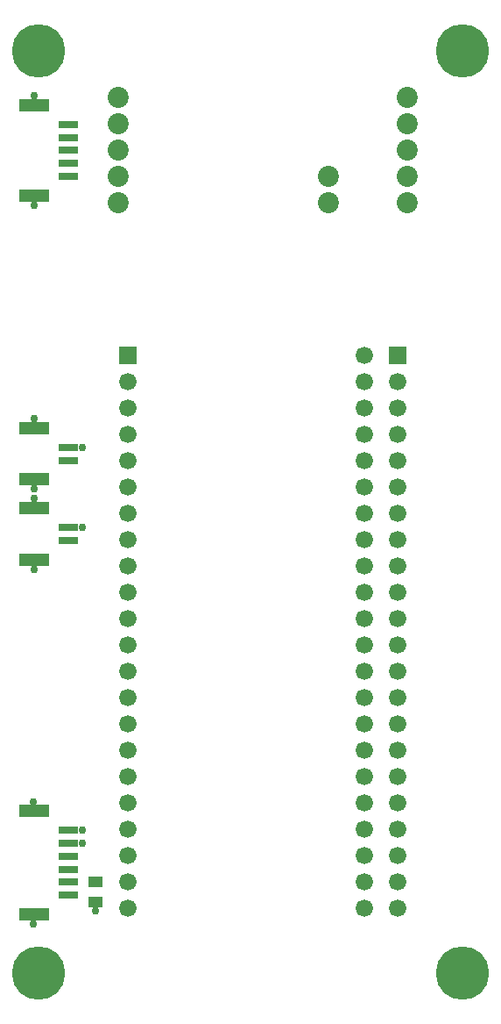
<source format=gts>
G04*
G04 #@! TF.GenerationSoftware,Altium Limited,Altium Designer,23.8.1 (32)*
G04*
G04 Layer_Color=8388736*
%FSLAX25Y25*%
%MOIN*%
G70*
G04*
G04 #@! TF.SameCoordinates,42C2680F-6346-4846-91F9-FAAF1016F3F0*
G04*
G04*
G04 #@! TF.FilePolarity,Negative*
G04*
G01*
G75*
%ADD14R,0.11614X0.04528*%
%ADD15R,0.07284X0.02953*%
%ADD16R,0.07284X0.02953*%
%ADD17R,0.11614X0.04528*%
%ADD18R,0.05709X0.04134*%
%ADD19C,0.06614*%
%ADD20R,0.06614X0.06614*%
%ADD21C,0.20276*%
%ADD22R,0.06614X0.06614*%
%ADD23C,0.07991*%
%ADD24C,0.02953*%
D14*
X500189Y302421D02*
D03*
Y282933D02*
D03*
Y332933D02*
D03*
Y313445D02*
D03*
Y455579D02*
D03*
Y421327D02*
D03*
D15*
X513378Y295138D02*
D03*
Y290216D02*
D03*
Y325650D02*
D03*
Y320728D02*
D03*
Y448295D02*
D03*
Y443374D02*
D03*
Y438453D02*
D03*
Y433532D02*
D03*
Y428610D02*
D03*
D16*
X513377Y170315D02*
D03*
Y165394D02*
D03*
Y160472D02*
D03*
Y155551D02*
D03*
Y175236D02*
D03*
Y180157D02*
D03*
D17*
X500188Y187441D02*
D03*
Y148268D02*
D03*
D18*
X523622Y160473D02*
D03*
Y152992D02*
D03*
D19*
X625984Y360472D02*
D03*
Y350472D02*
D03*
Y340472D02*
D03*
Y330472D02*
D03*
Y320472D02*
D03*
Y310472D02*
D03*
Y300472D02*
D03*
Y290472D02*
D03*
Y280472D02*
D03*
Y270472D02*
D03*
Y260472D02*
D03*
Y250472D02*
D03*
Y240472D02*
D03*
Y230472D02*
D03*
Y220472D02*
D03*
Y210472D02*
D03*
Y200472D02*
D03*
Y190472D02*
D03*
Y180473D02*
D03*
Y170473D02*
D03*
Y160473D02*
D03*
X535984Y350472D02*
D03*
Y340472D02*
D03*
Y330472D02*
D03*
Y320472D02*
D03*
Y310472D02*
D03*
Y300472D02*
D03*
Y290472D02*
D03*
Y280472D02*
D03*
Y270472D02*
D03*
Y260472D02*
D03*
Y250472D02*
D03*
Y240472D02*
D03*
Y230472D02*
D03*
Y220472D02*
D03*
Y210472D02*
D03*
Y200472D02*
D03*
Y190472D02*
D03*
Y180473D02*
D03*
Y170473D02*
D03*
Y160473D02*
D03*
X625984Y150472D02*
D03*
X535984D02*
D03*
X638651Y350472D02*
D03*
Y340472D02*
D03*
Y330472D02*
D03*
Y320472D02*
D03*
Y310472D02*
D03*
Y300472D02*
D03*
Y290472D02*
D03*
Y280472D02*
D03*
Y270472D02*
D03*
Y260472D02*
D03*
Y250472D02*
D03*
Y240472D02*
D03*
Y230472D02*
D03*
Y220472D02*
D03*
Y210472D02*
D03*
Y200472D02*
D03*
Y190472D02*
D03*
Y180473D02*
D03*
Y170473D02*
D03*
Y160473D02*
D03*
Y150472D02*
D03*
D20*
X535984Y360472D02*
D03*
D21*
X501968Y125984D02*
D03*
X663386D02*
D03*
X663386Y476378D02*
D03*
X501968Y476378D02*
D03*
D22*
X638651Y360472D02*
D03*
D23*
X532131Y418454D02*
D03*
Y428454D02*
D03*
Y438454D02*
D03*
Y448454D02*
D03*
Y458454D02*
D03*
X642131D02*
D03*
Y448454D02*
D03*
Y438454D02*
D03*
Y428454D02*
D03*
Y418454D02*
D03*
X612131Y428454D02*
D03*
Y418454D02*
D03*
D24*
X500189Y459260D02*
D03*
Y417646D02*
D03*
Y306102D02*
D03*
Y336614D02*
D03*
Y309764D02*
D03*
Y279252D02*
D03*
X500000Y190945D02*
D03*
Y144685D02*
D03*
X518701Y295138D02*
D03*
Y325650D02*
D03*
Y175236D02*
D03*
Y180157D02*
D03*
X523622Y149606D02*
D03*
M02*

</source>
